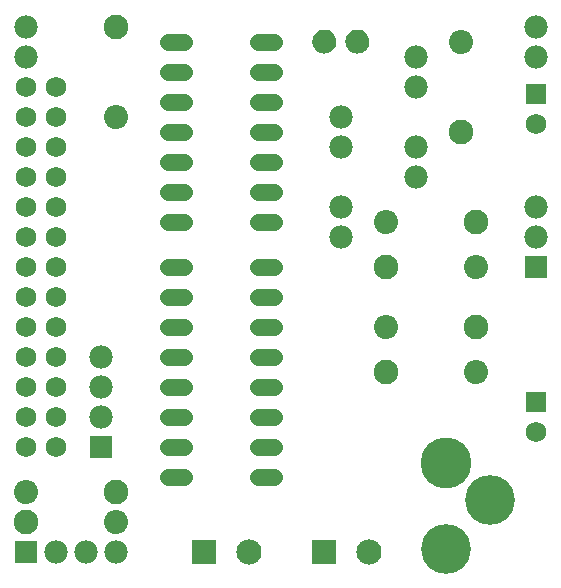
<source format=gbr>
G04 EAGLE Gerber RS-274X export*
G75*
%MOMM*%
%FSLAX34Y34*%
%LPD*%
%INSoldermask Bottom*%
%IPPOS*%
%AMOC8*
5,1,8,0,0,1.08239X$1,22.5*%
G01*
%ADD10C,1.422400*%
%ADD11R,1.981200X1.981200*%
%ADD12C,1.981200*%
%ADD13C,1.752600*%
%ADD14R,1.752600X1.752600*%
%ADD15C,4.317600*%
%ADD16C,4.216400*%
%ADD17R,2.133600X2.133600*%
%ADD18C,2.133600*%
%ADD19C,2.047813*%
%ADD20C,2.094537*%

G36*
X292590Y459859D02*
X292590Y459859D01*
X292633Y459871D01*
X292699Y459880D01*
X294316Y460334D01*
X294357Y460353D01*
X294385Y460362D01*
X294395Y460364D01*
X294399Y460366D01*
X294420Y460373D01*
X295934Y461101D01*
X295970Y461127D01*
X296029Y461157D01*
X297394Y462138D01*
X297425Y462170D01*
X297478Y462210D01*
X298652Y463412D01*
X298677Y463449D01*
X298722Y463497D01*
X299669Y464885D01*
X299687Y464926D01*
X299723Y464982D01*
X300415Y466513D01*
X300426Y466556D01*
X300452Y466617D01*
X300867Y468246D01*
X300870Y468290D01*
X300885Y468355D01*
X301011Y470030D01*
X301007Y470077D01*
X301009Y470149D01*
X300804Y471985D01*
X300790Y472031D01*
X300778Y472106D01*
X300218Y473867D01*
X300195Y473909D01*
X300169Y473981D01*
X299276Y475598D01*
X299246Y475636D01*
X299206Y475701D01*
X298015Y477113D01*
X297978Y477144D01*
X297926Y477200D01*
X296482Y478353D01*
X296440Y478376D01*
X296378Y478420D01*
X294737Y479269D01*
X294691Y479284D01*
X294622Y479315D01*
X292847Y479828D01*
X292799Y479833D01*
X292724Y479851D01*
X290884Y480007D01*
X290840Y480003D01*
X290775Y480007D01*
X288944Y479847D01*
X288898Y479834D01*
X288822Y479824D01*
X287058Y479310D01*
X287014Y479289D01*
X286942Y479264D01*
X285312Y478415D01*
X285274Y478386D01*
X285208Y478347D01*
X283775Y477197D01*
X283743Y477161D01*
X283686Y477110D01*
X282505Y475702D01*
X282481Y475661D01*
X282435Y475600D01*
X282225Y475218D01*
X281551Y473988D01*
X281536Y473943D01*
X281502Y473874D01*
X280950Y472121D01*
X280944Y472074D01*
X280924Y472000D01*
X280725Y470173D01*
X280728Y470127D01*
X280722Y470058D01*
X280845Y468382D01*
X280856Y468339D01*
X280862Y468273D01*
X281274Y466643D01*
X281292Y466603D01*
X281310Y466539D01*
X281998Y465006D01*
X282023Y464969D01*
X282052Y464909D01*
X282996Y463519D01*
X283027Y463487D01*
X283065Y463433D01*
X284236Y462227D01*
X284273Y462201D01*
X284320Y462155D01*
X285682Y461171D01*
X285723Y461152D01*
X285777Y461115D01*
X287290Y460382D01*
X287333Y460370D01*
X287344Y460365D01*
X287371Y460352D01*
X287376Y460351D01*
X287393Y460343D01*
X289010Y459885D01*
X289055Y459880D01*
X289119Y459864D01*
X290791Y459693D01*
X290839Y459697D01*
X290918Y459693D01*
X292590Y459859D01*
G37*
G36*
X320581Y459859D02*
X320581Y459859D01*
X320624Y459871D01*
X320690Y459880D01*
X322307Y460334D01*
X322348Y460353D01*
X322376Y460362D01*
X322386Y460364D01*
X322390Y460366D01*
X322411Y460373D01*
X323925Y461101D01*
X323961Y461127D01*
X324020Y461157D01*
X325385Y462138D01*
X325416Y462170D01*
X325469Y462210D01*
X326643Y463412D01*
X326668Y463449D01*
X326713Y463497D01*
X327660Y464885D01*
X327678Y464926D01*
X327714Y464982D01*
X328406Y466513D01*
X328417Y466556D01*
X328443Y466617D01*
X328858Y468246D01*
X328861Y468290D01*
X328876Y468355D01*
X329002Y470030D01*
X328998Y470077D01*
X329000Y470149D01*
X328795Y471985D01*
X328781Y472031D01*
X328769Y472106D01*
X328209Y473867D01*
X328186Y473909D01*
X328160Y473981D01*
X327267Y475598D01*
X327237Y475636D01*
X327197Y475701D01*
X326006Y477113D01*
X325969Y477144D01*
X325917Y477200D01*
X324473Y478353D01*
X324431Y478376D01*
X324369Y478420D01*
X322728Y479269D01*
X322682Y479284D01*
X322613Y479315D01*
X320838Y479828D01*
X320790Y479833D01*
X320715Y479851D01*
X318875Y480007D01*
X318831Y480003D01*
X318766Y480007D01*
X316935Y479847D01*
X316889Y479834D01*
X316813Y479824D01*
X315049Y479310D01*
X315005Y479289D01*
X314933Y479264D01*
X313303Y478415D01*
X313265Y478386D01*
X313199Y478347D01*
X311766Y477197D01*
X311734Y477161D01*
X311677Y477110D01*
X310496Y475702D01*
X310472Y475661D01*
X310426Y475600D01*
X310216Y475218D01*
X309542Y473988D01*
X309527Y473943D01*
X309493Y473874D01*
X308941Y472121D01*
X308935Y472074D01*
X308915Y472000D01*
X308716Y470173D01*
X308719Y470127D01*
X308713Y470058D01*
X308836Y468382D01*
X308847Y468339D01*
X308853Y468273D01*
X309265Y466643D01*
X309283Y466603D01*
X309301Y466539D01*
X309989Y465006D01*
X310014Y464969D01*
X310043Y464909D01*
X310987Y463519D01*
X311018Y463487D01*
X311056Y463433D01*
X312227Y462227D01*
X312264Y462201D01*
X312311Y462155D01*
X313673Y461171D01*
X313714Y461152D01*
X313768Y461115D01*
X315281Y460382D01*
X315324Y460370D01*
X315335Y460365D01*
X315362Y460352D01*
X315367Y460351D01*
X315384Y460343D01*
X317001Y459885D01*
X317046Y459880D01*
X317110Y459864D01*
X318782Y459693D01*
X318830Y459697D01*
X318909Y459693D01*
X320581Y459859D01*
G37*
D10*
X158496Y279400D02*
X171704Y279400D01*
X171704Y254000D02*
X158496Y254000D01*
X158496Y127000D02*
X171704Y127000D01*
X171704Y101600D02*
X158496Y101600D01*
X158496Y228600D02*
X171704Y228600D01*
X171704Y203200D02*
X158496Y203200D01*
X158496Y152400D02*
X171704Y152400D01*
X171704Y177800D02*
X158496Y177800D01*
X234696Y101600D02*
X247904Y101600D01*
X247904Y127000D02*
X234696Y127000D01*
X234696Y152400D02*
X247904Y152400D01*
X247904Y177800D02*
X234696Y177800D01*
X234696Y203200D02*
X247904Y203200D01*
X247904Y228600D02*
X234696Y228600D01*
X234696Y254000D02*
X247904Y254000D01*
X247904Y279400D02*
X234696Y279400D01*
D11*
X469900Y279400D03*
D12*
X469900Y304800D03*
X469900Y330200D03*
D10*
X171704Y469900D02*
X158496Y469900D01*
X158496Y444500D02*
X171704Y444500D01*
X171704Y317500D02*
X158496Y317500D01*
X234696Y317500D02*
X247904Y317500D01*
X171704Y419100D02*
X158496Y419100D01*
X158496Y393700D02*
X171704Y393700D01*
X171704Y342900D02*
X158496Y342900D01*
X158496Y368300D02*
X171704Y368300D01*
X234696Y342900D02*
X247904Y342900D01*
X247904Y368300D02*
X234696Y368300D01*
X234696Y393700D02*
X247904Y393700D01*
X247904Y419100D02*
X234696Y419100D01*
X234696Y444500D02*
X247904Y444500D01*
X247904Y469900D02*
X234696Y469900D01*
D13*
X469900Y400050D03*
D14*
X469900Y425450D03*
D15*
X393700Y113378D03*
D16*
X393954Y40170D03*
X431316Y81600D03*
D17*
X188722Y38100D03*
D18*
X227278Y38100D03*
D17*
X290322Y38100D03*
D18*
X328878Y38100D03*
D12*
X304800Y406400D03*
X304800Y381000D03*
X304800Y304800D03*
X304800Y330200D03*
X368300Y431800D03*
X368300Y457200D03*
X368300Y355600D03*
X368300Y381000D03*
D11*
X101600Y127000D03*
D12*
X101600Y152400D03*
X101600Y177800D03*
X101600Y203200D03*
D11*
X38100Y38100D03*
D12*
X63500Y38100D03*
X88900Y38100D03*
X114300Y38100D03*
X469900Y482600D03*
X469900Y457200D03*
X38100Y482600D03*
X38100Y457200D03*
D13*
X469900Y139700D03*
D14*
X469900Y165100D03*
D19*
X38100Y88900D03*
D20*
X114300Y88900D03*
D19*
X114300Y63500D03*
D20*
X38100Y63500D03*
D19*
X406400Y469900D03*
D20*
X406400Y393700D03*
D19*
X114300Y406400D03*
D20*
X114300Y482600D03*
D19*
X419100Y190500D03*
D20*
X342900Y190500D03*
D19*
X342900Y228600D03*
D20*
X419100Y228600D03*
D19*
X419100Y279400D03*
D20*
X342900Y279400D03*
D19*
X342900Y317500D03*
D20*
X419100Y317500D03*
D13*
X63500Y127000D03*
X63500Y152400D03*
X63500Y177800D03*
X63500Y203200D03*
X63500Y228600D03*
X63500Y254000D03*
X63500Y279400D03*
X63500Y304800D03*
X63500Y330200D03*
X63500Y355600D03*
X63500Y381000D03*
X63500Y406400D03*
X63500Y431800D03*
X38100Y431800D03*
X38100Y406400D03*
X38100Y381000D03*
X38100Y355600D03*
X38100Y330200D03*
X38100Y304800D03*
X38100Y279400D03*
X38100Y254000D03*
X38100Y228600D03*
X38100Y203200D03*
X38100Y177800D03*
X38100Y152400D03*
X38100Y127000D03*
M02*

</source>
